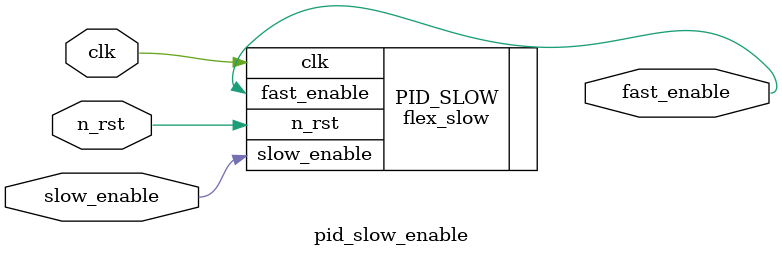
<source format=sv>

module pid_slow_enable(
		       input wire clk,
		       input wire n_rst,
		       input wire slow_enable,
		       output reg fast_enable
		       );

   flex_slow PID_SLOW(.clk(clk), .n_rst(n_rst), .slow_enable(slow_enable), .fast_enable(fast_enable));

endmodule    

</source>
